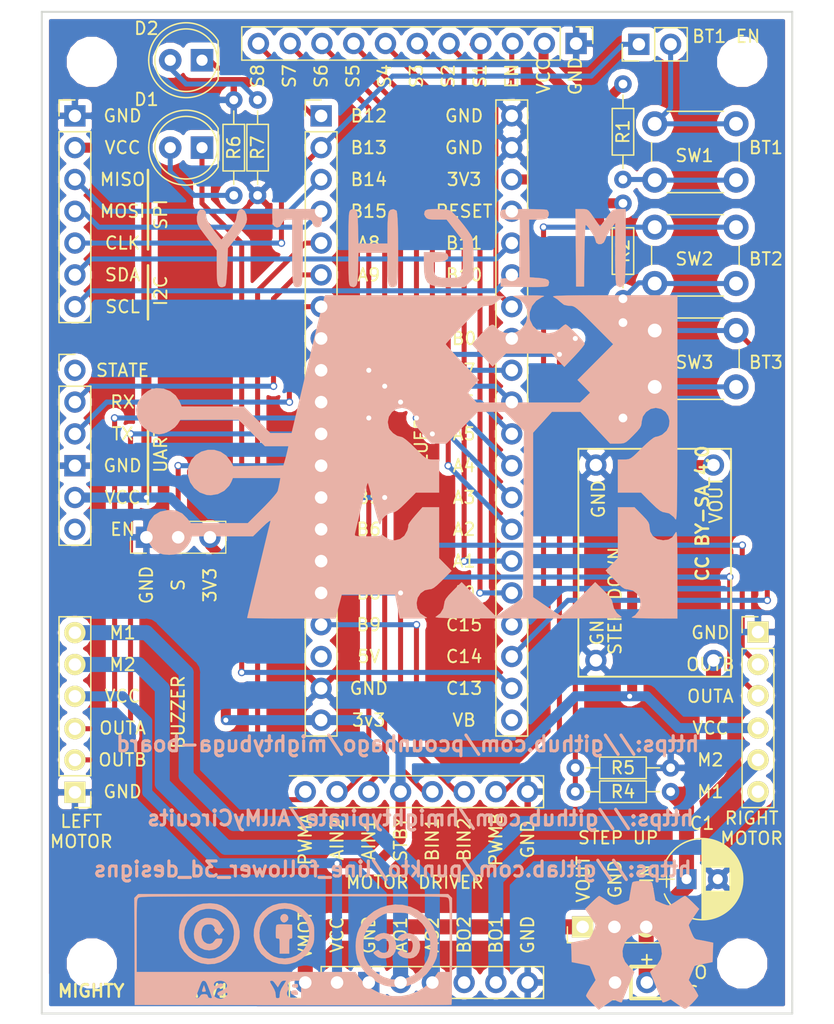
<source format=kicad_pcb>
(kicad_pcb (version 20171130) (host pcbnew 5.0.0-fee4fd1~66~ubuntu18.04.1)
  (layers (0 F.Cu signal) (31 B.Cu signal) (34 B.Paste user) (35 F.Paste user) (36 B.SilkS user) (37 F.SilkS user) (38 B.Mask user) (39 F.Mask user) (44 Edge.Cuts user))
  (net 0 "")
  (net 1 GND)
  (net 2 GLED)
  (net 3 "Net-(D1-Pad2)")
  (net 4 RLED)
  (net 5 "Net-(D2-Pad2)")
  (net 6 BT1)
  (net 7 "Net-(JP1-Pad2)")
  (net 8 BAT_MEAS)
  (net 9 BT2)
  (net 10 BT3)
  (net 11 USART_RX)
  (net 12 USART_TX)
  (net 13 BUZZER)
  (net 14 LM_OUT_B)
  (net 15 LM_OUT_A)
  (net 16 LM_M1)
  (net 17 LM_M2)
  (net 18 MISO)
  (net 19 MOSI)
  (net 20 LM_PWM)
  (net 21 RM_PWM)
  (net 22 RM_DIR_2)
  (net 23 RM_DIR_1)
  (net 24 RM_OUT_A)
  (net 25 RM_OUT_B)
  (net 26 LM_DIR_1)
  (net 27 LM_DIR_2)
  (net 28 "Net-(U6-Pad18)")
  (net 29 "Net-(U6-Pad24)")
  (net 30 SDA)
  (net 31 SCL)
  (net 32 SENSOR_EN)
  (net 33 SENSOR8)
  (net 34 SENSOR7)
  (net 35 SENSOR6)
  (net 36 SENSOR5)
  (net 37 SENSOR4)
  (net 38 SENSOR3)
  (net 39 SENSOR2)
  (net 40 SENSOR1)
  (net 41 "Net-(U6-Pad40)")
  (net 42 RM_M2)
  (net 43 RM_M1)
  (net 44 +3V3)
  (net 45 "Net-(P2-Pad6)")
  (net 46 "Net-(P2-Pad1)")
  (net 47 "Net-(R1-Pad1)")
  (net 48 "Net-(R2-Pad1)")
  (net 49 "Net-(R3-Pad1)")
  (net 50 +9V)
  (net 51 +BATT)
  (module line_follower:MP2307DN (layer F.Cu) (at 167 103 90)
    (fp_text reference U1 (at 0 0.5 90) (layer F.SilkS))
    (fp_text value MP2307DN)
    (fp_text user GND (at -5.08 -4.6 90) (layer F.SilkS))
    (fp_text user GND (at 5.08 -4.5 90) (layer F.SilkS))
    (fp_text user VOUT (at 5 4.9 90) (layer F.SilkS))
    (pad 2 thru_hole circle (at -7.8 -4.7 90) (size 1.7 1.7) (drill 1) (layers *.Cu *.Mask) (net 1 GND))
    (pad 1 thru_hole circle (at -7.8 4.7 90) (size 1.7 1.7) (drill 1) (layers *.Cu *.Mask) (net 51 +BATT))
    (pad 2 thru_hole circle (at 7.8 -4.7 90) (size 1.7 1.7) (drill 1) (layers *.Cu *.Mask) (net 1 GND))
    (pad 3 thru_hole circle (at 7.8 4.7 90) (size 1.7 1.7) (drill 1) (layers *.Cu *.Mask) (net 44 +3V3))
  )
  (module line_follower:Pin_Header_Straight_1x11_Pitch2.54mm (layer F.Cu) (at 160.7185 61.5315 270)
    (fp_text reference P1 hide)
    (fp_text value QTR-8A)
    (pad 1 thru_hole rect (at 0 0 270) (size 1.7 1.7) (drill 1) (layers *.Cu *.Mask) (net 1 GND))
    (pad 2 thru_hole oval (at 0 2.54 270) (size 1.7 1.7) (drill 1) (layers *.Cu *.Mask) (net 44 +3V3))
    (pad 3 thru_hole oval (at 0 5.08 270) (size 1.7 1.7) (drill 1) (layers *.Cu *.Mask) (net 32 SENSOR_EN))
    (pad 4 thru_hole oval (at 0 7.62 270) (size 1.7 1.7) (drill 1) (layers *.Cu *.Mask) (net 40 SENSOR1))
    (pad 5 thru_hole oval (at 0 10.16 270) (size 1.7 1.7) (drill 1) (layers *.Cu *.Mask) (net 39 SENSOR2))
    (pad 6 thru_hole oval (at 0 12.7 270) (size 1.7 1.7) (drill 1) (layers *.Cu *.Mask) (net 38 SENSOR3))
    (pad 7 thru_hole oval (at 0 15.24 270) (size 1.7 1.7) (drill 1) (layers *.Cu *.Mask) (net 37 SENSOR4))
    (pad 8 thru_hole oval (at 0 17.78 270) (size 1.7 1.7) (drill 1) (layers *.Cu *.Mask) (net 36 SENSOR5))
    (pad 9 thru_hole oval (at 0 20.32 270) (size 1.7 1.7) (drill 1) (layers *.Cu *.Mask) (net 35 SENSOR6))
    (pad 10 thru_hole oval (at 0 22.86 270) (size 1.7 1.7) (drill 1) (layers *.Cu *.Mask) (net 34 SENSOR7))
    (pad 11 thru_hole oval (at 0 25.4 270) (size 1.7 1.7) (drill 1) (layers *.Cu *.Mask) (net 33 SENSOR8))
  )
  (module line_follower:tb6612fng_sparkfun (layer F.Cu) (at 147.955 128.905 90)
    (fp_text reference U7 hide)
    (fp_text value TB6612FNG)
    (fp_text user GND (at -3.81 8.89 90) (layer F.SilkS))
    (fp_text user VMOT (at -3.81 -8.89 90) (layer F.SilkS))
    (fp_text user BO2 (at -3.81 3.81 90) (layer F.SilkS))
    (fp_text user BO1 (at -3.81 6.35 90) (layer F.SilkS))
    (fp_text user AO2 (at -3.81 1.27 90) (layer F.SilkS))
    (fp_text user AO1 (at -3.81 -1.27 90) (layer F.SilkS))
    (fp_text user VCC (at -3.81 -6.35 90) (layer F.SilkS))
    (fp_text user GND (at -3.81 -3.81 90) (layer F.SilkS))
    (fp_text user GND (at 3.81 8.89 90) (layer F.SilkS))
    (fp_text user PWMB (at 3.81 6.35 90) (layer F.SilkS))
    (fp_text user BIN2 (at 3.81 3.81 90) (layer F.SilkS))
    (fp_text user BIN1 (at 3.81 1.27 90) (layer F.SilkS))
    (fp_text user STBY (at 3.81 -1.27 90) (layer F.SilkS))
    (fp_text user AIN1 (at 3.81 -3.81 90) (layer F.SilkS))
    (fp_text user AIN2 (at 3.81 -6.35 90) (layer F.SilkS))
    (fp_text user PWMA (at 3.81 -8.89 90) (layer F.SilkS))
    (pad 1 thru_hole rect (at -7.62 -3.81) (size 1.7 1.7) (drill 1) (layers *.Cu *.Mask) (net 1 GND))
    (pad 2 thru_hole oval (at -7.62 -6.35) (size 1.7 1.7) (drill 1) (layers *.Cu *.Mask) (net 44 +3V3))
    (pad 3 thru_hole oval (at -7.62 -1.27) (size 1.7 1.7) (drill 1) (layers *.Cu *.Mask) (net 16 LM_M1))
    (pad 4 thru_hole oval (at -7.62 1.27) (size 1.7 1.7) (drill 1) (layers *.Cu *.Mask) (net 17 LM_M2))
    (pad 5 thru_hole oval (at -7.62 3.81) (size 1.7 1.7) (drill 1) (layers *.Cu *.Mask) (net 43 RM_M1))
    (pad 6 thru_hole oval (at -7.62 6.35) (size 1.7 1.7) (drill 1) (layers *.Cu *.Mask) (net 42 RM_M2))
    (pad 7 thru_hole oval (at -7.62 -8.89) (size 1.7 1.7) (drill 1) (layers *.Cu *.Mask) (net 50 +9V))
    (pad 8 thru_hole oval (at -7.62 8.89) (size 1.7 1.7) (drill 1) (layers *.Cu *.Mask) (net 1 GND))
    (pad 9 thru_hole oval (at 7.62 -8.89) (size 1.7 1.7) (drill 1) (layers *.Cu *.Mask) (net 20 LM_PWM))
    (pad 10 thru_hole oval (at 7.62 -6.35) (size 1.7 1.7) (drill 1) (layers *.Cu *.Mask) (net 27 LM_DIR_2))
    (pad 11 thru_hole oval (at 7.62 -3.81) (size 1.7 1.7) (drill 1) (layers *.Cu *.Mask) (net 26 LM_DIR_1))
    (pad 12 thru_hole oval (at 7.62 -1.27) (size 1.7 1.7) (drill 1) (layers *.Cu *.Mask) (net 44 +3V3))
    (pad 13 thru_hole oval (at 7.62 1.27) (size 1.7 1.7) (drill 1) (layers *.Cu *.Mask) (net 23 RM_DIR_1))
    (pad 14 thru_hole oval (at 7.62 3.81) (size 1.7 1.7) (drill 1) (layers *.Cu *.Mask) (net 22 RM_DIR_2))
    (pad 15 thru_hole oval (at 7.62 6.35) (size 1.7 1.7) (drill 1) (layers *.Cu *.Mask) (net 21 RM_PWM))
    (pad 16 thru_hole oval (at 7.62 8.89) (size 1.7 1.7) (drill 1) (layers *.Cu *.Mask) (net 1 GND))
  )
  (module line_follower:BluePill_STM32F103C (layer F.Cu) (at 147.955 91.44)
    (fp_text reference U6 hide)
    (fp_text value STM32F103C8T6 hide)
    (fp_text user 3v3 (at -3.81 24.13) (layer F.SilkS))
    (fp_text user GND (at -3.81 21.59) (layer F.SilkS))
    (fp_text user 5V (at -3.81 19.05) (layer F.SilkS))
    (fp_text user B9 (at -3.81 16.51) (layer F.SilkS))
    (fp_text user B8 (at -3.81 13.97) (layer F.SilkS))
    (fp_text user B7 (at -3.81 11.43) (layer F.SilkS))
    (fp_text user B6 (at -3.81 8.89) (layer F.SilkS))
    (fp_text user B5 (at -3.81 6.35) (layer F.SilkS))
    (fp_text user B4 (at -3.81 3.81) (layer F.SilkS))
    (fp_text user B3 (at -3.81 1.27) (layer F.SilkS))
    (fp_text user A15 (at -3.81 -1.27) (layer F.SilkS))
    (fp_text user A12 (at -3.81 -3.81) (layer F.SilkS))
    (fp_text user A11 (at -3.81 -6.35) (layer F.SilkS))
    (fp_text user A10 (at -3.81 -8.89) (layer F.SilkS))
    (fp_text user A9 (at -3.81 -11.43) (layer F.SilkS))
    (fp_text user A8 (at -3.81 -13.97) (layer F.SilkS))
    (fp_text user B15 (at -3.81 -16.51) (layer F.SilkS))
    (fp_text user B14 (at -3.81 -19.05) (layer F.SilkS))
    (fp_text user B13 (at -3.81 -21.59) (layer F.SilkS))
    (fp_text user B12 (at -3.81 -24.13) (layer F.SilkS))
    (fp_text user VB (at 3.81 24.13) (layer F.SilkS))
    (fp_text user C13 (at 3.81 21.59) (layer F.SilkS))
    (fp_text user C14 (at 3.81 19.05) (layer F.SilkS))
    (fp_text user C15 (at 3.81 16.51) (layer F.SilkS))
    (fp_text user A0 (at 3.81 13.97) (layer F.SilkS))
    (fp_text user A1 (at 3.81 11.43) (layer F.SilkS))
    (fp_text user A2 (at 3.81 8.89) (layer F.SilkS))
    (fp_text user A3 (at 3.81 6.35) (layer F.SilkS))
    (fp_text user A4 (at 3.81 3.81) (layer F.SilkS))
    (fp_text user A5 (at 3.81 1.27) (layer F.SilkS))
    (fp_text user A6 (at 3.81 -1.27) (layer F.SilkS))
    (fp_text user A7 (at 3.81 -3.81) (layer F.SilkS))
    (fp_text user B0 (at 3.81 -6.35) (layer F.SilkS))
    (fp_text user B1 (at 3.81 -8.89) (layer F.SilkS))
    (fp_text user B10 (at 3.81 -11.43) (layer F.SilkS))
    (fp_text user B11 (at 3.81 -13.97) (layer F.SilkS))
    (fp_text user RESET (at 3.81 -16.51) (layer F.SilkS))
    (fp_text user 3V3 (at 3.81 -19.05) (layer F.SilkS))
    (fp_text user GND (at 3.81 -21.59) (layer F.SilkS))
    (fp_text user GND (at 3.81 -24.13) (layer F.SilkS))
    (pad 1 thru_hole rect (at -7.62 -24.13) (size 1.7 1.7) (drill 1) (layers *.Cu *.Mask) (net 4 RLED))
    (pad 2 thru_hole circle (at -7.62 -21.59) (size 1.7 1.7) (drill 1) (layers *.Cu *.Mask) (net 6 BT1))
    (pad 3 thru_hole circle (at -7.62 -19.05) (size 1.7 1.7) (drill 1) (layers *.Cu *.Mask) (net 18 MISO))
    (pad 4 thru_hole circle (at -7.62 -16.51) (size 1.7 1.7) (drill 1) (layers *.Cu *.Mask) (net 19 MOSI))
    (pad 5 thru_hole circle (at -7.62 -13.97) (size 1.7 1.7) (drill 1) (layers *.Cu *.Mask) (net 20 LM_PWM))
    (pad 6 thru_hole circle (at -7.62 -11.43) (size 1.7 1.7) (drill 1) (layers *.Cu *.Mask) (net 12 USART_TX))
    (pad 7 thru_hole circle (at -7.62 -8.89) (size 1.7 1.7) (drill 1) (layers *.Cu *.Mask) (net 11 USART_RX))
    (pad 8 thru_hole circle (at -7.62 -6.35) (size 1.7 1.7) (drill 1) (layers *.Cu *.Mask) (net 21 RM_PWM))
    (pad 9 thru_hole circle (at -7.62 -3.81) (size 1.7 1.7) (drill 1) (layers *.Cu *.Mask) (net 27 LM_DIR_2))
    (pad 10 thru_hole circle (at -7.62 -1.27) (size 1.7 1.7) (drill 1) (layers *.Cu *.Mask) (net 15 LM_OUT_A))
    (pad 11 thru_hole circle (at -7.62 1.27) (size 1.7 1.7) (drill 1) (layers *.Cu *.Mask) (net 14 LM_OUT_B))
    (pad 12 thru_hole circle (at -7.62 3.81) (size 1.7 1.7) (drill 1) (layers *.Cu *.Mask) (net 13 BUZZER))
    (pad 13 thru_hole circle (at -7.62 6.35) (size 1.7 1.7) (drill 1) (layers *.Cu *.Mask) (net 26 LM_DIR_1))
    (pad 14 thru_hole circle (at -7.62 8.89) (size 1.7 1.7) (drill 1) (layers *.Cu *.Mask) (net 24 RM_OUT_A))
    (pad 15 thru_hole circle (at -7.62 11.43) (size 1.7 1.7) (drill 1) (layers *.Cu *.Mask) (net 25 RM_OUT_B))
    (pad 16 thru_hole circle (at -7.62 13.97) (size 1.7 1.7) (drill 1) (layers *.Cu *.Mask) (net 23 RM_DIR_1))
    (pad 17 thru_hole circle (at -7.62 16.51) (size 1.7 1.7) (drill 1) (layers *.Cu *.Mask) (net 22 RM_DIR_2))
    (pad 18 thru_hole circle (at -7.62 19.05) (size 1.7 1.7) (drill 1) (layers *.Cu *.Mask) (net 28 "Net-(U6-Pad18)"))
    (pad 19 thru_hole circle (at -7.62 21.59) (size 1.7 1.7) (drill 1) (layers *.Cu *.Mask) (net 1 GND))
    (pad 20 thru_hole circle (at -7.62 24.13) (size 1.7 1.7) (drill 1) (layers *.Cu *.Mask) (net 44 +3V3))
    (pad 21 thru_hole circle (at 7.62 -24.13) (size 1.7 1.7) (drill 1) (layers *.Cu *.Mask) (net 1 GND))
    (pad 22 thru_hole circle (at 7.62 -21.59) (size 1.7 1.7) (drill 1) (layers *.Cu *.Mask) (net 1 GND))
    (pad 23 thru_hole circle (at 7.62 -19.05) (size 1.7 1.7) (drill 1) (layers *.Cu *.Mask) (net 44 +3V3))
    (pad 24 thru_hole circle (at 7.62 -16.51) (size 1.7 1.7) (drill 1) (layers *.Cu *.Mask) (net 29 "Net-(U6-Pad24)"))
    (pad 25 thru_hole circle (at 7.62 -13.97) (size 1.7 1.7) (drill 1) (layers *.Cu *.Mask) (net 30 SDA))
    (pad 26 thru_hole circle (at 7.62 -11.43) (size 1.7 1.7) (drill 1) (layers *.Cu *.Mask) (net 31 SCL))
    (pad 27 thru_hole circle (at 7.62 -8.89) (size 1.7 1.7) (drill 1) (layers *.Cu *.Mask) (net 32 SENSOR_EN))
    (pad 28 thru_hole circle (at 7.62 -6.35) (size 1.7 1.7) (drill 1) (layers *.Cu *.Mask) (net 8 BAT_MEAS))
    (pad 29 thru_hole circle (at 7.62 -3.81) (size 1.7 1.7) (drill 1) (layers *.Cu *.Mask) (net 33 SENSOR8))
    (pad 30 thru_hole circle (at 7.62 -1.27) (size 1.7 1.7) (drill 1) (layers *.Cu *.Mask) (net 34 SENSOR7))
    (pad 31 thru_hole circle (at 7.62 1.27) (size 1.7 1.7) (drill 1) (layers *.Cu *.Mask) (net 35 SENSOR6))
    (pad 32 thru_hole circle (at 7.62 3.81) (size 1.7 1.7) (drill 1) (layers *.Cu *.Mask) (net 36 SENSOR5))
    (pad 33 thru_hole circle (at 7.62 6.35) (size 1.7 1.7) (drill 1) (layers *.Cu *.Mask) (net 37 SENSOR4))
    (pad 34 thru_hole circle (at 7.62 8.89) (size 1.7 1.7) (drill 1) (layers *.Cu *.Mask) (net 38 SENSOR3))
    (pad 35 thru_hole circle (at 7.62 11.43) (size 1.7 1.7) (drill 1) (layers *.Cu *.Mask) (net 39 SENSOR2))
    (pad 36 thru_hole circle (at 7.62 13.97) (size 1.7 1.7) (drill 1) (layers *.Cu *.Mask) (net 40 SENSOR1))
    (pad 37 thru_hole circle (at 7.62 16.51) (size 1.7 1.7) (drill 1) (layers *.Cu *.Mask) (net 9 BT2))
    (pad 38 thru_hole circle (at 7.62 19.05) (size 1.7 1.7) (drill 1) (layers *.Cu *.Mask) (net 10 BT3))
    (pad 39 thru_hole circle (at 7.62 21.59) (size 1.7 1.7) (drill 1) (layers *.Cu *.Mask) (net 2 GLED))
    (pad 40 thru_hole circle (at 7.62 24.13) (size 1.7 1.7) (drill 1) (layers *.Cu *.Mask) (net 41 "Net-(U6-Pad40)"))
  )
  (module line_follower:u3v12f9 (layer F.Cu) (at 163.83 127 90)
    (fp_text reference U2 hide)
    (fp_text value U3V12F9)
    (fp_text user VIN (at -1.27 2.54 90) (layer F.SilkS))
    (fp_text user GND (at -1.27 0 90) (layer F.SilkS))
    (fp_text user VOUT (at -1.27 -2.54 90) (layer F.SilkS))
    (pad 1 thru_hole rect (at -5.08 -2.5908) (size 1.7 1.7) (drill 1) (layers *.Cu *.Mask F.SilkS) (net 50 +9V))
    (pad 2 thru_hole oval (at -5.08 -0.0508) (size 1.7 1.7) (drill 1) (layers *.Cu *.Mask F.SilkS) (net 1 GND))
    (pad 3 thru_hole oval (at -5.08 2.4892) (size 1.7 1.7) (drill 1) (layers *.Cu *.Mask F.SilkS) (net 51 +BATT))
  )
  (module line_follower:Buzzer (layer F.Cu) (at 128.905 100.965 90)
    (fp_text reference K1 hide)
    (fp_text value BUZZER (at -13.97 0 90) (layer F.SilkS))
    (fp_text user 3V3 (at -3.81 2.54 90) (layer F.SilkS))
    (fp_text user S (at -3.81 0 90) (layer F.SilkS))
    (fp_text user GND (at -3.81 -2.54 90) (layer F.SilkS))
    (pad 3 thru_hole circle (at 0 2.54 90) (size 1.7 1.7) (drill 1) (layers *.Cu *.Mask) (net 44 +3V3))
    (pad 1 thru_hole rect (at 0 -2.54 90) (size 1.7 1.7) (drill 1) (layers *.Cu *.Mask) (net 1 GND))
    (pad 2 thru_hole circle (at 0 0 90) (size 1.7 1.7) (drill 1) (layers *.Cu *.Mask) (net 13 BUZZER))
  )
  (module line_follower:Header (layer F.Cu) (at 120.65 73.66)
    (fp_text reference P3 hide)
    (fp_text value "EXP HEADER")
    (fp_text user CLK (at 3.81 3.81) (layer F.SilkS))
    (fp_text user SCL (at 3.81 8.89) (layer F.SilkS))
    (fp_text user SDA (at 3.81 6.35) (layer F.SilkS))
    (fp_text user MOSI (at 3.81 1.27) (layer F.SilkS))
    (fp_text user MISO (at 3.81 -1.27) (layer F.SilkS))
    (fp_text user VCC (at 3.81 -3.81) (layer F.SilkS))
    (fp_text user GND (at 3.81 -6.35) (layer F.SilkS))
    (pad 7 thru_hole circle (at 0 8.89) (size 1.7 1.7) (drill 1) (layers *.Cu *.Mask) (net 31 SCL))
    (pad 6 thru_hole circle (at 0 6.35) (size 1.7 1.7) (drill 1) (layers *.Cu *.Mask) (net 30 SDA))
    (pad 5 thru_hole circle (at 0 3.81) (size 1.7 1.7) (drill 1) (layers *.Cu *.Mask) (net 6 BT1))
    (pad 4 thru_hole circle (at 0 1.27) (size 1.7 1.7) (drill 1) (layers *.Cu *.Mask) (net 19 MOSI))
    (pad 3 thru_hole circle (at 0 -1.27) (size 1.7 1.7) (drill 1) (layers *.Cu *.Mask) (net 18 MISO))
    (pad 1 thru_hole rect (at 0 -6.35) (size 1.7 1.7) (drill 1) (layers *.Cu *.Mask) (net 1 GND))
    (pad 2 thru_hole circle (at 0 -3.81) (size 1.7 1.7) (drill 1) (layers *.Cu *.Mask) (net 44 +3V3))
  )
  (module line_follower:HC-05 (layer F.Cu) (at 120.65 93.98)
    (fp_text reference P2 hide)
    (fp_text value HC-05)
    (fp_text user STATE (at 3.81 -6.35) (layer F.SilkS))
    (fp_text user RX (at 3.81 -3.81) (layer F.SilkS))
    (fp_text user TX (at 3.81 -1.27) (layer F.SilkS))
    (fp_text user GND (at 3.81 1.27) (layer F.SilkS))
    (fp_text user VCC (at 3.81 3.81) (layer F.SilkS))
    (fp_text user EN (at 3.81 6.35) (layer F.SilkS))
    (pad 6 thru_hole circle (at 0 6.35) (size 1.7 1.7) (drill 1) (layers *.Cu *.Mask) (net 45 "Net-(P2-Pad6)"))
    (pad 5 thru_hole circle (at 0 3.81) (size 1.7 1.7) (drill 1) (layers *.Cu *.Mask) (net 44 +3V3))
    (pad 4 thru_hole rect (at 0 1.27) (size 1.7 1.7) (drill 1) (layers *.Cu *.Mask) (net 1 GND))
    (pad 3 thru_hole circle (at 0 -1.27) (size 1.7 1.7) (drill 1) (layers *.Cu *.Mask) (net 11 USART_RX))
    (pad 1 thru_hole oval (at 0 -6.35) (size 1.7 1.7) (drill 1) (layers *.Cu *.Mask) (net 46 "Net-(P2-Pad1)"))
    (pad 2 thru_hole circle (at 0 -3.81) (size 1.7 1.7) (drill 1) (layers *.Cu *.Mask) (net 12 USART_TX))
  )
  (module line_follower:pololu_magnetic_encoder (layer F.Cu) (at 120.65 114.935 180)
    (fp_text reference P4 hide)
    (fp_text value "LEFT MOTOR")
    (fp_text user GND (at -3.81 -6.35 180) (layer F.SilkS))
    (fp_text user OUTB (at -3.81 -3.81 180) (layer F.SilkS))
    (fp_text user OUTA (at -3.81 -1.27 180) (layer F.SilkS))
    (fp_text user VCC (at -3.81 1.27 180) (layer F.SilkS))
    (fp_text user M2 (at -3.81 3.81 180) (layer F.SilkS))
    (fp_text user M1 (at -3.81 6.35 180) (layer F.SilkS))
    (pad 1 thru_hole rect (at 0 -6.4008 90) (size 1.7 1.7) (drill 1) (layers *.Cu *.Mask F.SilkS) (net 1 GND))
    (pad 2 thru_hole oval (at 0 -3.81 90) (size 1.7 1.7) (drill 1) (layers *.Cu *.Mask F.SilkS) (net 14 LM_OUT_B))
    (pad 3 thru_hole oval (at 0 -1.3208 90) (size 1.7 1.7) (drill 1) (layers *.Cu *.Mask F.SilkS) (net 15 LM_OUT_A))
    (pad 4 thru_hole oval (at 0 1.27 90) (size 1.7 1.7) (drill 1) (layers *.Cu *.Mask F.SilkS) (net 44 +3V3))
    (pad 5 thru_hole oval (at 0 3.81 90) (size 1.7 1.7) (drill 1) (layers *.Cu *.Mask F.SilkS) (net 16 LM_M1))
    (pad 6 thru_hole oval (at 0 6.35 90) (size 1.7 1.7) (drill 1) (layers *.Cu *.Mask F.SilkS) (net 17 LM_M2))
  )
  (module line_follower:pololu_magnetic_encoder (layer F.Cu) (at 175.26 114.935)
    (fp_text reference P5 hide)
    (fp_text value "RIGHT MOTOR")
    (fp_text user GND (at -3.81 -6.35) (layer F.SilkS))
    (fp_text user OUTB (at -3.81 -3.81) (layer F.SilkS))
    (fp_text user OUTA (at -3.81 -1.27) (layer F.SilkS))
    (fp_text user VCC (at -3.81 1.27) (layer F.SilkS))
    (fp_text user M2 (at -3.81 3.81) (layer F.SilkS))
    (fp_text user M1 (at -3.81 6.35) (layer F.SilkS))
    (pad 1 thru_hole rect (at 0 -6.4008 270) (size 1.7 1.7) (drill 1) (layers *.Cu *.Mask F.SilkS) (net 1 GND))
    (pad 2 thru_hole oval (at 0 -3.81 270) (size 1.7 1.7) (drill 1) (layers *.Cu *.Mask F.SilkS) (net 24 RM_OUT_A))
    (pad 3 thru_hole oval (at 0 -1.3208 270) (size 1.7 1.7) (drill 1) (layers *.Cu *.Mask F.SilkS) (net 25 RM_OUT_B))
    (pad 4 thru_hole oval (at 0 1.27 270) (size 1.7 1.7) (drill 1) (layers *.Cu *.Mask F.SilkS) (net 44 +3V3))
    (pad 5 thru_hole oval (at 0 3.81 270) (size 1.7 1.7) (drill 1) (layers *.Cu *.Mask F.SilkS) (net 43 RM_M1))
    (pad 6 thru_hole oval (at 0 6.35 270) (size 1.7 1.7) (drill 1) (layers *.Cu *.Mask F.SilkS) (net 42 RM_M2))
  )
  (module line_follower:SW_PUSH_6mm_h5mm (layer F.Cu) (at 167.005 67.945)
    (fp_text reference SW1 (at 3.175 2.54) (layer F.SilkS))
    (fp_text value SW_PUSH)
    (pad 2 thru_hole circle (at 0 4.5 90) (size 2 2) (drill 1.1) (layers *.Cu *.Mask) (net 47 "Net-(R1-Pad1)"))
    (pad 1 thru_hole circle (at 0 0 90) (size 2 2) (drill 1.1) (layers *.Cu *.Mask) (net 7 "Net-(JP1-Pad2)"))
    (pad 2 thru_hole circle (at 6.5 4.5 90) (size 2 2) (drill 1.1) (layers *.Cu *.Mask) (net 47 "Net-(R1-Pad1)"))
    (pad 1 thru_hole circle (at 6.5 0 90) (size 2 2) (drill 1.1) (layers *.Cu *.Mask) (net 7 "Net-(JP1-Pad2)"))
  )
  (module line_follower:SW_PUSH_6mm_h5mm (layer F.Cu) (at 167.005 76.2)
    (fp_text reference SW2 (at 3.175 2.54) (layer F.SilkS))
    (fp_text value SW_PUSH)
    (pad 2 thru_hole circle (at 0 4.5 90) (size 2 2) (drill 1.1) (layers *.Cu *.Mask) (net 48 "Net-(R2-Pad1)"))
    (pad 1 thru_hole circle (at 0 0 90) (size 2 2) (drill 1.1) (layers *.Cu *.Mask) (net 9 BT2))
    (pad 2 thru_hole circle (at 6.5 4.5 90) (size 2 2) (drill 1.1) (layers *.Cu *.Mask) (net 48 "Net-(R2-Pad1)"))
    (pad 1 thru_hole circle (at 6.5 0 90) (size 2 2) (drill 1.1) (layers *.Cu *.Mask) (net 9 BT2))
  )
  (module line_follower:SW_PUSH_6mm_h5mm (layer F.Cu) (at 167.005 84.455)
    (fp_text reference SW3 (at 3.175 2.54) (layer F.SilkS))
    (fp_text value SW_PUSH)
    (pad 2 thru_hole circle (at 0 4.5 90) (size 2 2) (drill 1.1) (layers *.Cu *.Mask) (net 49 "Net-(R3-Pad1)"))
    (pad 1 thru_hole circle (at 0 0 90) (size 2 2) (drill 1.1) (layers *.Cu *.Mask) (net 10 BT3))
    (pad 2 thru_hole circle (at 6.5 4.5 90) (size 2 2) (drill 1.1) (layers *.Cu *.Mask) (net 49 "Net-(R3-Pad1)"))
    (pad 1 thru_hole circle (at 6.5 0 90) (size 2 2) (drill 1.1) (layers *.Cu *.Mask) (net 10 BT3))
  )
  (module line_follower:LED_D5.0mm (layer F.Cu) (at 130.81 69.85 180)
    (fp_text reference D1 (at 4.445 3.85 180) (layer F.SilkS))
    (fp_text value LED)
    (pad 1 thru_hole rect (at 0 0 180) (size 1.8 1.8) (drill 0.9) (layers *.Cu *.Mask) (net 2 GLED))
    (pad 2 thru_hole circle (at 2.54 0 180) (size 1.8 1.8) (drill 0.9) (layers *.Cu *.Mask) (net 3 "Net-(D1-Pad2)"))
  )
  (module line_follower:LED_D5.0mm (layer F.Cu) (at 130.81 62.865 180)
    (fp_text reference D2 (at 4.445 2.54 180) (layer F.SilkS))
    (fp_text value LED)
    (pad 1 thru_hole rect (at 0 0 180) (size 1.8 1.8) (drill 0.9) (layers *.Cu *.Mask) (net 4 RLED))
    (pad 2 thru_hole circle (at 2.54 0 180) (size 1.8 1.8) (drill 0.9) (layers *.Cu *.Mask) (net 5 "Net-(D2-Pad2)"))
  )
  (module line_follower:R_Axial_DIN0204_L3.6mm_D1.6mm_P7.62mm_Horizontal (layer F.Cu) (at 133.35 73.66 90)
    (fp_text reference R6 (at 3.81 0 90) (layer F.SilkS))
    (fp_text value 100)
    (pad 1 thru_hole circle (at 0 0 90) (size 1.4 1.4) (drill 0.7) (layers *.Cu *.Mask) (net 3 "Net-(D1-Pad2)"))
    (pad 2 thru_hole oval (at 7.62 0 90) (size 1.4 1.4) (drill 0.7) (layers *.Cu *.Mask) (net 1 GND))
  )
  (module line_follower:R_Axial_DIN0204_L3.6mm_D1.6mm_P7.62mm_Horizontal (layer F.Cu) (at 135.255 73.66 90)
    (fp_text reference R7 (at 3.81 0 90) (layer F.SilkS))
    (fp_text value 100)
    (pad 1 thru_hole circle (at 0 0 90) (size 1.4 1.4) (drill 0.7) (layers *.Cu *.Mask) (net 1 GND))
    (pad 2 thru_hole oval (at 7.62 0 90) (size 1.4 1.4) (drill 0.7) (layers *.Cu *.Mask) (net 5 "Net-(D2-Pad2)"))
  )
  (module line_follower:2S_LiPo (layer F.Cu) (at 165.1 136.525)
    (fp_text reference P6 hide)
    (fp_text value BATTERY)
    (fp_text user - (at -1.27 -1.905) (layer F.SilkS))
    (fp_text user + (at 1.27 -1.905) (layer F.SilkS))
    (pad 2 thru_hole rect (at -1.27 0) (size 1.7 1.7) (drill 1) (layers *.Cu *.Mask) (net 1 GND))
    (pad 1 thru_hole oval (at 1.27 0) (size 1.7 1.7) (drill 1) (layers *.Cu *.Mask) (net 51 +BATT))
  )
  (module line_follower:Pin_Header_Straight_1x02_Pitch2.54mm (layer F.Cu) (at 165.735 61.595 90)
    (fp_text reference JP1 hide)
    (fp_text value JUMPER)
    (pad 1 thru_hole rect (at 0 0 90) (size 1.7 1.7) (drill 1) (layers *.Cu *.Mask) (net 6 BT1))
    (pad 2 thru_hole oval (at 0 2.54 90) (size 1.7 1.7) (drill 1) (layers *.Cu *.Mask) (net 7 "Net-(JP1-Pad2)"))
  )
  (module line_follower:R_Axial_DIN0204_L3.6mm_D1.6mm_P7.62mm_Horizontal (layer F.Cu) (at 164.465 72.39 90)
    (fp_text reference R1 (at 3.81 0 90) (layer F.SilkS))
    (fp_text value 100)
    (pad 1 thru_hole circle (at 0 0 90) (size 1.4 1.4) (drill 0.7) (layers *.Cu *.Mask) (net 47 "Net-(R1-Pad1)"))
    (pad 2 thru_hole oval (at 7.62 0 90) (size 1.4 1.4) (drill 0.7) (layers *.Cu *.Mask) (net 44 +3V3))
  )
  (module line_follower:R_Axial_DIN0204_L3.6mm_D1.6mm_P7.62mm_Horizontal (layer F.Cu) (at 164.465 81.915 90)
    (fp_text reference R2 (at 3.81 0 90) (layer F.SilkS))
    (fp_text value 100)
    (pad 1 thru_hole circle (at 0 0 90) (size 1.4 1.4) (drill 0.7) (layers *.Cu *.Mask) (net 48 "Net-(R2-Pad1)"))
    (pad 2 thru_hole oval (at 7.62 0 90) (size 1.4 1.4) (drill 0.7) (layers *.Cu *.Mask) (net 44 +3V3))
  )
  (module line_follower:R_Axial_DIN0204_L3.6mm_D1.6mm_P7.62mm_Horizontal (layer F.Cu) (at 164.465 91.44 90)
    (fp_text reference R3 (at 3.81 0 90) (layer F.SilkS))
    (fp_text value 100)
    (pad 1 thru_hole circle (at 0 0 90) (size 1.4 1.4) (drill 0.7) (layers *.Cu *.Mask) (net 49 "Net-(R3-Pad1)"))
    (pad 2 thru_hole oval (at 7.62 0 90) (size 1.4 1.4) (drill 0.7) (layers *.Cu *.Mask) (net 44 +3V3))
  )
  (module line_follower:R_Axial_DIN0204_L3.6mm_D1.6mm_P7.62mm_Horizontal (layer F.Cu) (at 168.275 121.285 180)
    (fp_text reference R4 (at 3.81 0 180) (layer F.SilkS))
    (fp_text value 47k)
    (pad 1 thru_hole circle (at 0 0 180) (size 1.4 1.4) (drill 0.7) (layers *.Cu *.Mask) (net 51 +BATT))
    (pad 2 thru_hole oval (at 7.62 0 180) (size 1.4 1.4) (drill 0.7) (layers *.Cu *.Mask) (net 8 BAT_MEAS))
  )
  (module line_follower:R_Axial_DIN0204_L3.6mm_D1.6mm_P7.62mm_Horizontal (layer F.Cu) (at 160.655 119.38)
    (fp_text reference R5 (at 3.81 0) (layer F.SilkS))
    (fp_text value 20k)
    (pad 1 thru_hole circle (at 0 0) (size 1.4 1.4) (drill 0.7) (layers *.Cu *.Mask) (net 8 BAT_MEAS))
    (pad 2 thru_hole oval (at 7.62 0) (size 1.4 1.4) (drill 0.7) (layers *.Cu *.Mask) (net 1 GND))
  )
  (module line_follower:CP_Radial_D6.3mm_P2.50mm (layer F.Cu) (at 169.545 128.27)
    (fp_text reference C1 (at 1.25 -4.46) (layer F.SilkS))
    (fp_text value >=33uF)
    (pad 1 thru_hole rect (at 0 0) (size 1.6 1.6) (drill 0.8) (layers *.Cu *.Mask) (net 51 +BATT))
    (pad 2 thru_hole circle (at 2.5 0) (size 1.6 1.6) (drill 0.8) (layers *.Cu *.Mask) (net 1 GND))
  )
  (module line_follower:bug_a_logo (layer B.Cu) (at 147.225 91.05 180)
    (fp_text reference G*** hide)
    (fp_text value LOGO hide)
  )
  (module line_follower:cc_by_sa_logo (layer B.Cu) (at 138.1 133.9 180)
    (fp_text reference G*** hide)
    (fp_text value LOGO hide)
  )
  (module line_follower:osh_logo (layer B.Cu) (at 166 133.5 180)
    (fp_text reference G*** hide)
    (fp_text value LOGO hide)
  )
  (module line_follower:MountingHole_3mm (layer F.Cu) (at 122 63)
    (fp_text reference Ref** hide)
    (fp_text value MountingHole_3mm)
    (pad 1 np_thru_hole circle (at 0 0) (size 3 3) (drill 3) (layers *.Cu *.Mask))
  )
  (module line_follower:MountingHole_3mm (layer F.Cu) (at 122 135)
    (fp_text reference Ref** hide)
    (fp_text value MountingHole_3mm)
    (pad 1 np_thru_hole circle (at 0 0) (size 3 3) (drill 3) (layers *.Cu *.Mask))
  )
  (module line_follower:MountingHole_3mm (layer F.Cu) (at 174 135)
    (fp_text reference Ref** hide)
    (fp_text value MountingHole_3mm)
    (pad 1 np_thru_hole circle (at 0 0) (size 3 3) (drill 3) (layers *.Cu *.Mask))
  )
  (module line_follower:MountingHole_3mm (layer F.Cu) (at 174 63)
    (fp_text reference Ref** hide)
    (fp_text value MountingHole_3mm)
    (pad 1 np_thru_hole circle (at 0 0) (size 3 3) (drill 3) (layers *.Cu *.Mask))
  )
  (gr_text https://gitlab.com/punkto/line_follower_3d_designs (at 146.05 127.475) (layer B.SilkS) (effects (font (size 1.2 1.2) (thickness 0.25)) (justify mirror)))
  (gr_text https://github.com/pcounhago/mightybuga-board (at 147.25 117.475) (layer B.SilkS) (effects (font (size 1.2 1.2) (thickness 0.25)) (justify mirror)))
  (gr_text https://github.com/hmightypirate/AllMyCircuits (at 148.275 123.4) (layer B.SilkS) (effects (font (size 1.2 1.2) (thickness 0.25)) (justify mirror)))
  (gr_text "LIPO\n2S" (at 169.545 136.525) (layer F.SilkS) (effects (font (size 1 1))))
  (gr_line (start 126.492 98.298) (end 126.492 89.662) (angle 90) (layer F.SilkS) (width 0.2))
  (gr_text SPI (at 127.508 75.184 90) (layer F.SilkS) (effects (font (size 1 1))))
  (gr_line (start 126.492 77.978) (end 126.492 71.628) (angle 90) (layer F.SilkS) (width 0.2))
  (gr_line (start 126.492 83.566) (end 126.492 79.248) (angle 90) (layer F.SilkS) (width 0.2))
  (gr_text I2C (at 127.508 81.28 90) (layer F.SilkS) (effects (font (size 1 1))))
  (gr_text UART (at 127.508 93.98 90) (layer F.SilkS) (effects (font (size 1 1))))
  (gr_text "LEFT\nMOTOR" (at 121.158 124.46) (layer F.SilkS) (effects (font (size 1 1))))
  (gr_text "RIGHT\nMOTOR" (at 174.752 124.206) (layer F.SilkS) (effects (font (size 1 1))))
  (gr_text "STEP UP\n" (at 164.084 124.968) (layer F.SilkS) (effects (font (size 1 1))))
  (gr_text "STEP DOWN" (at 163.83 106.045 90) (layer F.SilkS) (effects (font (size 1 1))))
  (gr_text "BLUEPILL\n" (at 148.336 92.71 90) (layer F.SilkS) (effects (font (size 1 1))))
  (gr_text "MOTOR DRIVER" (at 147.828 128.524) (layer F.SilkS) (effects (font (size 1 1))))
  (gr_text "MIGHTY BUG-A V1.1" (at 126.9 137.2) (layer F.SilkS) (effects (font (size 1 1) (thickness 0.2))))
  (gr_text "MIGHTY BUG-A V1.1" (at 126.9 137.2) (layer F.Cu) (effects (font (size 1 1) (thickness 0.2))))
  (gr_text BT3 (at 175.895 86.995) (layer F.SilkS) (effects (font (size 1 1))))
  (gr_text BT2 (at 175.895 78.74) (layer F.SilkS) (effects (font (size 1 1))))
  (gr_text BT1 (at 175.895 69.85) (layer F.SilkS) (effects (font (size 1 1))))
  (gr_text "BT1 EN" (at 172.72 60.96) (layer F.SilkS) (effects (font (size 1 1))))
  (gr_text S8 (at 135.255 64.135 90) (layer F.SilkS) (effects (font (size 1 1))))
  (gr_text "S7\n" (at 137.795 64.135 90) (layer F.SilkS) (effects (font (size 1 1))))
  (gr_text "S6\n" (at 140.335 64.135 90) (layer F.SilkS) (effects (font (size 1 1))))
  (gr_text "S5\n" (at 142.875 64.135 90) (layer F.SilkS) (effects (font (size 1 1))))
  (gr_text "S4\n" (at 145.415 64.135 90) (layer F.SilkS) (effects (font (size 1 1))))
  (gr_text "S3\n" (at 147.955 64.135 90) (layer F.SilkS) (effects (font (size 1 1))))
  (gr_text "S2\n" (at 150.495 64.135 90) (layer F.SilkS) (effects (font (size 1 1))))
  (gr_text "S1\n" (at 153.035 64.135 90) (layer F.SilkS) (effects (font (size 1 1))))
  (gr_text EN (at 155.575 64.135 90) (layer F.SilkS) (effects (font (size 1 1))))
  (gr_text VCC (at 158.115 64.135 90) (layer F.SilkS) (effects (font (size 1 1))))
  (gr_text "GND\n" (at 160.655 64.135 90) (layer F.SilkS) (effects (font (size 1 1))))
  (gr_text "CC BY-SA 4.0" (at 170.815 99.06 90) (layer F.SilkS) (effects (font (size 1 1) (thickness 0.2))))
  (gr_line (start 118 139) (end 178 139) (angle 90) (layer Edge.Cuts) (width 0.15))
  (gr_line (start 118 59) (end 118 139) (angle 90) (layer Edge.Cuts) (width 0.15))
  (gr_line (start 178 138) (end 178 139) (angle 90) (layer Edge.Cuts) (width 0.15))
  (gr_line (start 178 59) (end 178 138) (angle 90) (layer Edge.Cuts) (width 0.15))
  (gr_line (start 118 59) (end 178 59) (angle 90) (layer Edge.Cuts) (width 0.15))
  (segment (start 130.81 69.85) (end 130.81 74.295) (width 0.4) (layer F.Cu) (net 2))
  (segment (start 130.81 74.295) (end 133.985 77.47) (width 0.4) (layer F.Cu) (net 2))
  (segment (start 154.305 111.76) (end 133.985 111.76) (width 0.4) (layer B.Cu) (net 2))
  (segment (start 133.985 111.76) (end 133.985 104.14) (width 0.4) (layer F.Cu) (net 2))
  (via (at 133.985 111.76) (size 0.6) (drill 0.4) (layers F.Cu B.Cu) (net 2))
  (segment (start 133.985 104.14) (end 133.985 77.47) (width 0.4) (layer F.Cu) (net 2))
  (segment (start 155.575 113.03) (end 154.305 111.76) (width 0.4) (layer B.Cu) (net 2))
  (segment (start 128.27 69.85) (end 128.27 71.755) (width 0.4) (layer B.Cu) (net 3))
  (segment (start 130.175 73.66) (end 133.35 73.66) (width 0.4) (layer B.Cu) (net 3))
  (segment (start 128.27 71.755) (end 130.175 73.66) (width 0.4) (layer B.Cu) (net 3))
  (segment (start 130.81 62.865) (end 131.445 62.865) (width 0.4) (layer F.Cu) (net 4))
  (segment (start 131.445 62.865) (end 132.08 63.5) (width 0.4) (layer F.Cu) (net 4))
  (segment (start 132.08 63.5) (end 135.89 63.5) (width 0.4) (layer F.Cu) (net 4))
  (segment (start 140.335 67.31) (end 139.7 67.31) (width 0.4) (layer F.Cu) (net 4))
  (segment (start 139.7 67.31) (end 135.89 63.5) (width 0.4) (layer F.Cu) (net 4))
  (segment (start 135.255 66.04) (end 133.985 64.77) (width 0.4) (layer B.Cu) (net 5))
  (segment (start 129.54 64.77) (end 128.27 63.5) (width 0.4) (layer B.Cu) (net 5))
  (segment (start 133.985 64.77) (end 129.54 64.77) (width 0.4) (layer B.Cu) (net 5))
  (segment (start 128.27 63.5) (end 128.27 62.865) (width 0.4) (layer B.Cu) (net 5))
  (segment (start 140.335 69.85) (end 146.05 64.135) (width 0.4) (layer B.Cu) (net 6))
  (segment (start 164.465 61.595) (end 165.735 61.595) (width 0.4) (layer B.Cu) (net 6))
  (segment (start 161.925 64.135) (end 164.465 61.595) (width 0.4) (layer B.Cu) (net 6))
  (segment (start 146.05 64.135) (end 161.925 64.135) (width 0.4) (layer B.Cu) (net 6))
  (segment (start 140.335 69.85) (end 137.16 73.025) (width 0.4) (layer F.Cu) (net 6))
  (segment (start 137.16 77.47) (end 120.65 77.47) (width 0.4) (layer B.Cu) (net 6))
  (via (at 137.16 77.47) (size 0.6) (drill 0.4) (layers F.Cu B.Cu) (net 6))
  (segment (start 137.16 73.025) (end 137.16 77.47) (width 0.4) (layer F.Cu) (net 6))
  (segment (start 168.275 61.595) (end 168.275 66.675) (width 0.4) (layer B.Cu) (net 7))
  (segment (start 168.275 66.675) (end 167.005 67.945) (width 0.4) (layer B.Cu) (net 7))
  (segment (start 167.005 67.945) (end 173.505 67.945) (width 0.4) (layer B.Cu) (net 7))
  (segment (start 155.575 85.09) (end 160.655 85.09) (width 0.4) (layer B.Cu) (net 8))
  (via (at 160.655 85.09) (size 0.6) (drill 0.4) (layers F.Cu B.Cu) (net 8))
  (segment (start 160.655 85.09) (end 160.655 119.38) (width 0.4) (layer F.Cu) (net 8))
  (segment (start 160.655 119.38) (end 160.655 121.285) (width 0.4) (layer F.Cu) (net 8))
  (segment (start 155.575 107.95) (end 158.115 105.41) (width 0.4) (layer F.Cu) (net 9))
  (segment (start 158.115 105.41) (end 158.115 76.2) (width 0.4) (layer F.Cu) (net 9))
  (via (at 158.115 76.2) (size 0.6) (drill 0.4) (layers F.Cu B.Cu) (net 9))
  (segment (start 167.005 76.2) (end 173.505 76.2) (width 0.4) (layer B.Cu) (net 9))
  (segment (start 167.005 76.2) (end 158.115 76.2) (width 0.4) (layer B.Cu) (net 9))
  (segment (start 173.505 84.455) (end 167.005 84.455) (width 0.4) (layer B.Cu) (net 10))
  (segment (start 155.575 110.49) (end 160.065 106) (width 0.4) (layer B.Cu) (net 10))
  (via (at 176 106) (size 0.6) (drill 0.4) (layers F.Cu B.Cu) (net 10))
  (segment (start 160.065 106) (end 176 106) (width 0.4) (layer B.Cu) (net 10))
  (segment (start 176 86.95) (end 173.505 84.455) (width 0.4) (layer F.Cu) (net 10))
  (segment (start 176 106) (end 176 86.95) (width 0.4) (layer F.Cu) (net 10))
  (segment (start 120.65 92.71) (end 123.19 90.17) (width 0.4) (layer B.Cu) (net 11))
  (segment (start 137.795 90.17) (end 137.795 83.82) (width 0.4) (layer F.Cu) (net 11))
  (via (at 137.795 90.17) (size 0.6) (drill 0.4) (layers F.Cu B.Cu) (net 11))
  (segment (start 123.19 90.17) (end 137.795 90.17) (width 0.4) (layer B.Cu) (net 11))
  (segment (start 139.065 82.55) (end 140.335 82.55) (width 0.4) (layer F.Cu) (net 11))
  (segment (start 137.795 83.82) (end 139.065 82.55) (width 0.4) (layer F.Cu) (net 11))
  (segment (start 120.65 90.17) (end 121.92 88.9) (width 0.4) (layer B.Cu) (net 12))
  (segment (start 136.525 88.9) (end 136.525 81.915) (width 0.4) (layer F.Cu) (net 12))
  (via (at 136.525 88.9) (size 0.6) (drill 0.4) (layers F.Cu B.Cu) (net 12))
  (segment (start 121.92 88.9) (end 136.525 88.9) (width 0.4) (layer B.Cu) (net 12))
  (segment (start 138.43 80.01) (end 140.335 80.01) (width 0.4) (layer F.Cu) (net 12))
  (segment (start 136.525 81.915) (end 138.43 80.01) (width 0.4) (layer F.Cu) (net 12))
  (segment (start 140.335 95.25) (end 128.905 95.25) (width 0.4) (layer B.Cu) (net 13))
  (segment (start 128.905 95.25) (end 128.905 100.965) (width 0.4) (layer F.Cu) (net 13))
  (via (at 128.905 95.25) (size 0.6) (drill 0.4) (layers F.Cu B.Cu) (net 13))
  (segment (start 140.335 92.71) (end 125.095 92.71) (width 0.4) (layer B.Cu) (net 14))
  (via (at 125.095 92.71) (size 0.6) (drill 0.4) (layers F.Cu B.Cu) (net 14))
  (segment (start 125.095 92.71) (end 125.095 116.84) (width 0.4) (layer F.Cu) (net 14))
  (segment (start 123.19 118.745) (end 125.095 116.84) (width 0.4) (layer F.Cu) (net 14))
  (segment (start 120.65 118.745) (end 123.19 118.745) (width 0.4) (layer F.Cu) (net 14))
  (segment (start 139.065 91.44) (end 123.825 91.44) (width 0.4) (layer B.Cu) (net 15))
  (via (at 123.825 91.44) (size 0.6) (drill 0.4) (layers F.Cu B.Cu) (net 15))
  (segment (start 140.335 90.17) (end 139.065 91.44) (width 0.4) (layer B.Cu) (net 15))
  (segment (start 120.65 116.2558) (end 122.5042 116.2558) (width 0.4) (layer F.Cu) (net 15))
  (segment (start 122.5042 116.2558) (end 123.825 114.935) (width 0.4) (layer F.Cu) (net 15))
  (segment (start 123.825 114.935) (end 123.825 91.44) (width 0.4) (layer F.Cu) (net 15))
  (segment (start 146.685 136.525) (end 146.685 128.905) (width 1.2) (layer B.Cu) (net 16))
  (segment (start 143.51 125.73) (end 132.715 125.73) (width 1.2) (layer B.Cu) (net 16))
  (segment (start 146.685 128.905) (end 143.51 125.73) (width 1.2) (layer B.Cu) (net 16))
  (segment (start 127.635 120.65) (end 132.715 125.73) (width 1.2) (layer B.Cu) (net 16))
  (segment (start 120.65 111.125) (end 125.73 111.125) (width 1.2) (layer B.Cu) (net 16))
  (segment (start 125.73 111.125) (end 127.635 113.03) (width 1.2) (layer B.Cu) (net 16))
  (segment (start 127.635 113.03) (end 127.635 120.65) (width 1.2) (layer B.Cu) (net 16))
  (segment (start 146.685 136.525) (end 146.685 134.62) (width 1.2) (layer B.Cu) (net 16))
  (segment (start 146.6342 134.62) (end 146.6342 134.5692) (width 1.2) (layer B.Cu) (net 16))
  (segment (start 149.225 128.905) (end 144.145 123.825) (width 1.2) (layer B.Cu) (net 17))
  (segment (start 149.225 136.525) (end 149.225 128.905) (width 1.2) (layer B.Cu) (net 17))
  (segment (start 133.35 123.825) (end 129.54 120.015) (width 1.2) (layer B.Cu) (net 17))
  (segment (start 144.145 123.825) (end 133.35 123.825) (width 1.2) (layer B.Cu) (net 17))
  (segment (start 149.225 136.525) (end 149.225 134.62) (width 1.2) (layer B.Cu) (net 17))
  (segment (start 126.365 108.585) (end 120.65 108.585) (width 1.2) (layer B.Cu) (net 17))
  (segment (start 129.54 120.015) (end 129.54 111.76) (width 1.2) (layer B.Cu) (net 17))
  (segment (start 129.54 111.76) (end 126.365 108.585) (width 1.2) (layer B.Cu) (net 17))
  (segment (start 149.1742 134.62) (end 149.225 134.62) (width 1.2) (layer B.Cu) (net 17))
  (segment (start 120.65 72.39) (end 123.19 74.93) (width 0.4) (layer B.Cu) (net 18))
  (segment (start 137.795 74.93) (end 140.335 72.39) (width 0.4) (layer B.Cu) (net 18))
  (segment (start 123.19 74.93) (end 137.795 74.93) (width 0.4) (layer B.Cu) (net 18))
  (segment (start 120.65 74.93) (end 121.285 74.93) (width 0.4) (layer B.Cu) (net 19))
  (segment (start 121.285 74.93) (end 122.555 76.2) (width 0.4) (layer B.Cu) (net 19))
  (segment (start 122.555 76.2) (end 139.065 76.2) (width 0.4) (layer B.Cu) (net 19))
  (segment (start 139.065 76.2) (end 140.335 74.93) (width 0.4) (layer B.Cu) (net 19))
  (segment (start 140.335 74.93) (end 139.7 74.93) (width 0.4) (layer B.Cu) (net 19))
  (segment (start 139.065 121.92) (end 137.16 121.92) (width 0.4) (layer F.Cu) (net 20))
  (segment (start 139.065 77.47) (end 140.335 77.47) (width 0.4) (layer F.Cu) (net 20))
  (segment (start 135.255 81.28) (end 139.065 77.47) (width 0.4) (layer F.Cu) (net 20))
  (segment (start 135.255 120.015) (end 135.255 81.28) (width 0.4) (layer F.Cu) (net 20))
  (segment (start 137.16 121.92) (end 135.255 120.015) (width 0.4) (layer F.Cu) (net 20))
  (segment (start 154.305 121.92) (end 159.385 116.84) (width 0.4) (layer F.Cu) (net 21))
  (segment (start 159.385 86.36) (end 141.605 86.36) (width 0.4) (layer B.Cu) (net 21))
  (via (at 159.385 86.36) (size 0.6) (drill 0.4) (layers F.Cu B.Cu) (net 21))
  (segment (start 159.385 116.84) (end 159.385 86.36) (width 0.4) (layer F.Cu) (net 21))
  (segment (start 140.335 85.09) (end 141.605 86.36) (width 0.4) (layer B.Cu) (net 21))
  (segment (start 154.305 121.285) (end 154.305 121.92) (width 0.4) (layer F.Cu) (net 21))
  (segment (start 151.765 121.92) (end 147.955 118.11) (width 0.4) (layer F.Cu) (net 22))
  (segment (start 147.955 107.95) (end 140.335 107.95) (width 0.4) (layer B.Cu) (net 22))
  (via (at 147.955 107.95) (size 0.6) (drill 0.4) (layers F.Cu B.Cu) (net 22))
  (segment (start 147.955 118.11) (end 147.955 107.95) (width 0.4) (layer F.Cu) (net 22))
  (segment (start 149.225 121.92) (end 146.685 119.38) (width 0.4) (layer F.Cu) (net 23))
  (segment (start 146.685 119.38) (end 146.685 105.41) (width 0.4) (layer F.Cu) (net 23))
  (segment (start 146.685 105.41) (end 140.335 105.41) (width 0.4) (layer B.Cu) (net 23))
  (via (at 146.685 105.41) (size 0.6) (drill 0.4) (layers F.Cu B.Cu) (net 23))
  (via (at 174 101.6) (size 0.6) (drill 0.4) (layers F.Cu B.Cu) (net 24))
  (segment (start 141.605 101.6) (end 140.335 100.33) (width 0.4) (layer B.Cu) (net 24))
  (segment (start 169 101.6) (end 174 101.6) (width 0.4) (layer B.Cu) (net 24))
  (segment (start 169 101.6) (end 169.545 101.6) (width 0.4) (layer B.Cu) (net 24))
  (segment (start 141.605 101.6) (end 169 101.6) (width 0.4) (layer B.Cu) (net 24))
  (segment (start 174 109.865) (end 175.26 111.125) (width 0.4) (layer F.Cu) (net 24))
  (segment (start 174 101.6) (end 174 109.865) (width 0.4) (layer F.Cu) (net 24))
  (via (at 173 104.14) (size 0.6) (drill 0.4) (layers F.Cu B.Cu) (net 25))
  (segment (start 140.335 102.87) (end 141.605 104.14) (width 0.4) (layer B.Cu) (net 25))
  (segment (start 141.605 104.14) (end 168.275 104.14) (width 0.4) (layer B.Cu) (net 25))
  (segment (start 175.26 113.6142) (end 173 111.3542) (width 0.4) (layer F.Cu) (net 25))
  (segment (start 173 111.3542) (end 173 104) (width 0.4) (layer F.Cu) (net 25))
  (segment (start 173 104.14) (end 168.14 104.14) (width 0.4) (layer B.Cu) (net 25))
  (segment (start 144.145 121.92) (end 144.145 120.65) (width 0.4) (layer F.Cu) (net 26))
  (segment (start 145.415 97.79) (end 140.335 97.79) (width 0.4) (layer B.Cu) (net 26))
  (via (at 145.415 97.79) (size 0.6) (drill 0.4) (layers F.Cu B.Cu) (net 26))
  (segment (start 145.415 119.38) (end 145.415 97.79) (width 0.4) (layer F.Cu) (net 26))
  (segment (start 144.145 120.65) (end 145.415 119.38) (width 0.4) (layer F.Cu) (net 26))
  (segment (start 144.145 95.25) (end 144.145 119.38) (width 0.4) (layer F.Cu) (net 27))
  (segment (start 144.145 119.38) (end 141.605 121.92) (width 0.4) (layer F.Cu) (net 27))
  (segment (start 140.335 87.63) (end 144.145 91.44) (width 0.4) (layer B.Cu) (net 27))
  (segment (start 144.145 91.44) (end 144.145 95.25) (width 0.4) (layer F.Cu) (net 27))
  (via (at 144.145 91.44) (size 0.6) (drill 0.4) (layers F.Cu B.Cu) (net 27))
  (segment (start 140.335 87.63) (end 140.335 88.265) (width 0.4) (layer B.Cu) (net 27))
  (segment (start 121.92 78.74) (end 120.65 80.01) (width 0.4) (layer B.Cu) (net 30))
  (segment (start 155.575 77.47) (end 154.305 78.74) (width 0.4) (layer B.Cu) (net 30))
  (segment (start 154.305 78.74) (end 121.92 78.74) (width 0.4) (layer B.Cu) (net 30))
  (segment (start 155.575 77.47) (end 154.94 77.47) (width 0.4) (layer B.Cu) (net 30))
  (segment (start 121.92 81.28) (end 120.65 82.55) (width 0.4) (layer B.Cu) (net 31))
  (segment (start 155.575 80.01) (end 154.305 81.28) (width 0.4) (layer B.Cu) (net 31))
  (segment (start 154.305 81.28) (end 121.92 81.28) (width 0.4) (layer B.Cu) (net 31))
  (segment (start 155.575 61.595) (end 155.575 62.23) (width 0.4) (layer B.Cu) (net 32))
  (segment (start 155.575 61.595) (end 155.575 64.77) (width 0.4) (layer F.Cu) (net 32))
  (segment (start 154.305 81.28) (end 155.575 82.55) (width 0.4) (layer F.Cu) (net 32))
  (segment (start 154.305 66.04) (end 154.305 81.28) (width 0.4) (layer F.Cu) (net 32))
  (segment (start 155.575 64.77) (end 154.305 66.04) (width 0.4) (layer F.Cu) (net 32))
  (segment (start 142.24 64.77) (end 144.145 66.675) (width 0.4) (layer F.Cu) (net 33))
  (segment (start 135.255 61.595) (end 138.43 64.77) (width 0.4) (layer F.Cu) (net 33))
  (segment (start 144.145 87.63) (end 155.575 87.63) (width 0.4) (layer B.Cu) (net 33))
  (via (at 144.145 87.63) (size 0.6) (drill 0.4) (layers F.Cu B.Cu) (net 33))
  (segment (start 144.145 66.675) (end 144.145 87.63) (width 0.4) (layer F.Cu) (net 33))
  (segment (start 138.43 64.77) (end 142.24 64.77) (width 0.4) (layer F.Cu) (net 33))
  (segment (start 135.255 61.595) (end 135.89 61.595) (width 0.4) (layer F.Cu) (net 33))
  (segment (start 155.575 90.17) (end 154.305 88.9) (width 0.4) (layer B.Cu) (net 34))
  (via (at 145.415 88.9) (size 0.6) (drill 0.4) (layers F.Cu B.Cu) (net 34))
  (segment (start 154.305 88.9) (end 145.415 88.9) (width 0.4) (layer B.Cu) (net 34))
  (segment (start 145.415 88.9) (end 145.415 66.675) (width 0.4) (layer F.Cu) (net 34))
  (segment (start 140.335 64.135) (end 137.795 61.595) (width 0.4) (layer F.Cu) (net 34))
  (segment (start 142.875 64.135) (end 140.335 64.135) (width 0.4) (layer F.Cu) (net 34))
  (segment (start 145.415 66.675) (end 142.875 64.135) (width 0.4) (layer F.Cu) (net 34))
  (segment (start 137.795 61.595) (end 138.43 61.595) (width 0.4) (layer F.Cu) (net 34))
  (segment (start 155.575 92.71) (end 153.035 90.17) (width 0.4) (layer B.Cu) (net 35))
  (via (at 146.685 90.17) (size 0.6) (drill 0.4) (layers F.Cu B.Cu) (net 35))
  (segment (start 153.035 90.17) (end 146.685 90.17) (width 0.4) (layer B.Cu) (net 35))
  (segment (start 142.24 63.5) (end 143.51 63.5) (width 0.4) (layer F.Cu) (net 35))
  (segment (start 140.335 61.595) (end 142.24 63.5) (width 0.4) (layer F.Cu) (net 35))
  (segment (start 143.51 63.5) (end 146.685 66.675) (width 0.4) (layer F.Cu) (net 35))
  (segment (start 146.685 66.675) (end 146.685 90.17) (width 0.4) (layer F.Cu) (net 35))
  (segment (start 155.575 95.25) (end 151.765 91.44) (width 0.4) (layer B.Cu) (net 36))
  (segment (start 147.955 91.44) (end 147.955 66.675) (width 0.4) (layer F.Cu) (net 36))
  (via (at 147.955 91.44) (size 0.6) (drill 0.4) (layers F.Cu B.Cu) (net 36))
  (segment (start 151.765 91.44) (end 147.955 91.44) (width 0.4) (layer B.Cu) (net 36))
  (segment (start 142.875 61.595) (end 147.955 66.675) (width 0.4) (layer F.Cu) (net 36))
  (segment (start 155.575 97.79) (end 150.495 92.71) (width 0.4) (layer B.Cu) (net 37))
  (segment (start 149.225 92.71) (end 149.225 65.405) (width 0.4) (layer F.Cu) (net 37))
  (via (at 149.225 92.71) (size 0.6) (drill 0.4) (layers F.Cu B.Cu) (net 37))
  (segment (start 150.495 92.71) (end 149.225 92.71) (width 0.4) (layer B.Cu) (net 37))
  (segment (start 145.415 61.595) (end 149.225 65.405) (width 0.4) (layer F.Cu) (net 37))
  (segment (start 155.575 100.33) (end 150.495 95.25) (width 0.4) (layer B.Cu) (net 38))
  (segment (start 150.495 95.25) (end 150.495 64.135) (width 0.4) (layer F.Cu) (net 38))
  (via (at 150.495 95.25) (size 0.6) (drill 0.4) (layers F.Cu B.Cu) (net 38))
  (segment (start 147.955 61.595) (end 150.495 64.135) (width 0.4) (layer F.Cu) (net 38))
  (segment (start 150.495 61.595) (end 151.765 62.865) (width 0.4) (layer F.Cu) (net 39))
  (segment (start 151.765 102.87) (end 155.575 102.87) (width 0.4) (layer B.Cu) (net 39))
  (via (at 151.765 102.87) (size 0.6) (drill 0.4) (layers F.Cu B.Cu) (net 39))
  (segment (start 151.765 62.865) (end 151.765 102.87) (width 0.4) (layer F.Cu) (net 39))
  (segment (start 153.035 61.595) (end 153.035 105.41) (width 0.4) (layer F.Cu) (net 40))
  (segment (start 153.035 105.41) (end 155.575 105.41) (width 0.4) (layer B.Cu) (net 40))
  (via (at 153.035 105.41) (size 0.6) (drill 0.4) (layers F.Cu B.Cu) (net 40))
  (segment (start 153.035 61.595) (end 152.4 61.595) (width 0.4) (layer F.Cu) (net 40))
  (segment (start 175.26 121.285) (end 175.26 121.92) (width 1.2) (layer B.Cu) (net 42))
  (segment (start 175.26 121.92) (end 171.45 125.73) (width 1.2) (layer B.Cu) (net 42))
  (segment (start 171.45 125.73) (end 156.845 125.73) (width 1.2) (layer B.Cu) (net 42))
  (segment (start 154.305 136.525) (end 154.305 133.35) (width 1.2) (layer B.Cu) (net 42))
  (segment (start 154.305 128.27) (end 154.305 133.35) (width 1.2) (layer B.Cu) (net 42))
  (segment (start 154.305 133.35) (end 154.305 134.62) (width 1.2) (layer B.Cu) (net 42))
  (segment (start 156.845 125.73) (end 154.305 128.27) (width 1.2) (layer B.Cu) (net 42))
  (segment (start 175.26 118.745) (end 170.18 123.825) (width 1.2) (layer B.Cu) (net 43))
  (segment (start 170.18 123.825) (end 156.21 123.825) (width 1.2) (layer B.Cu) (net 43))
  (segment (start 151.765 136.525) (end 151.765 133.35) (width 1.2) (layer B.Cu) (net 43))
  (segment (start 151.765 134.62) (end 151.765 133.35) (width 1.2) (layer B.Cu) (net 43))
  (segment (start 151.765 133.35) (end 151.765 128.27) (width 1.2) (layer B.Cu) (net 43))
  (segment (start 151.765 128.27) (end 156.21 123.825) (width 1.2) (layer B.Cu) (net 43))
  (segment (start 158.115 63.5) (end 158.115 61.595) (width 0.8) (layer F.Cu) (net 44))
  (segment (start 162.56 67.945) (end 158.115 63.5) (width 0.8) (layer F.Cu) (net 44))
  (segment (start 162.56 69.215) (end 162.56 67.945) (width 0.8) (layer F.Cu) (net 44))
  (segment (start 162.56 72.39) (end 162.56 69.215) (width 0.8) (layer F.Cu) (net 44))
  (segment (start 162.56 66.675) (end 162.56 69.215) (width 0.8) (layer F.Cu) (net 44))
  (segment (start 162.56 74.295) (end 162.56 72.39) (width 0.8) (layer F.Cu) (net 44))
  (segment (start 162.56 83.82) (end 162.56 74.295) (width 0.8) (layer F.Cu) (net 44))
  (segment (start 146.685 121.285) (end 146.685 125.095) (width 0.8) (layer F.Cu) (net 44))
  (segment (start 146.685 125.095) (end 144.78 127) (width 0.8) (layer F.Cu) (net 44))
  (segment (start 165 113.665) (end 160.655 113.665) (width 0.8) (layer B.Cu) (net 44))
  (segment (start 156.21 118.11) (end 146.685 118.11) (width 0.8) (layer B.Cu) (net 44))
  (segment (start 160.655 113.665) (end 156.21 118.11) (width 0.8) (layer B.Cu) (net 44))
  (segment (start 144.145 115.57) (end 146.685 118.11) (width 0.8) (layer B.Cu) (net 44))
  (segment (start 146.685 118.11) (end 146.685 121.285) (width 0.8) (layer B.Cu) (net 44))
  (segment (start 144.78 127) (end 141.605 127) (width 0.8) (layer F.Cu) (net 44))
  (via (at 141.605 127) (size 0.6) (drill 0.4) (layers F.Cu B.Cu) (net 44))
  (segment (start 141.605 127) (end 132.08 127) (width 0.8) (layer B.Cu) (net 44))
  (segment (start 132.08 127) (end 126.434998 121.354998) (width 0.8) (layer B.Cu) (net 44))
  (segment (start 126.434998 121.354998) (end 126.434998 115.639998) (width 0.8) (layer B.Cu) (net 44))
  (segment (start 126.434998 115.639998) (end 124.46 113.665) (width 0.8) (layer B.Cu) (net 44))
  (via (at 126.365 97.79) (size 0.6) (drill 0.4) (layers F.Cu B.Cu) (net 44))
  (segment (start 126.365 72.39) (end 126.365 97.79) (width 0.8) (layer F.Cu) (net 44))
  (segment (start 120.65 97.79) (end 126.365 97.79) (width 0.8) (layer B.Cu) (net 44))
  (segment (start 126.365 97.79) (end 128.27 97.79) (width 0.8) (layer B.Cu) (net 44))
  (segment (start 126.365 72.39) (end 123.825 69.85) (width 0.8) (layer F.Cu) (net 44))
  (segment (start 128.27 97.79) (end 131.445 100.965) (width 0.8) (layer B.Cu) (net 44))
  (segment (start 131.445 100.965) (end 131.445 100.33) (width 0.6) (layer B.Cu) (net 44))
  (segment (start 131.445 100.965) (end 131.445 101.6) (width 0.8) (layer F.Cu) (net 44))
  (segment (start 131.445 101.6) (end 132.715 102.87) (width 0.8) (layer F.Cu) (net 44))
  (segment (start 132.715 102.87) (end 132.715 115.57) (width 0.8) (layer F.Cu) (net 44))
  (via (at 132.715 115.57) (size 0.6) (drill 0.4) (layers F.Cu B.Cu) (net 44))
  (segment (start 120.65 69.85) (end 123.825 69.85) (width 0.8) (layer F.Cu) (net 44))
  (segment (start 124.46 113.665) (end 120.65 113.665) (width 0.8) (layer B.Cu) (net 44))
  (segment (start 120.65 113.665) (end 121.285 113.665) (width 0.6) (layer B.Cu) (net 44))
  (segment (start 168.91 116.205) (end 175.26 116.205) (width 0.8) (layer B.Cu) (net 44))
  (segment (start 166.37 113.665) (end 168.91 116.205) (width 0.8) (layer B.Cu) (net 44))
  (segment (start 141.605 127) (end 141.605 136.525) (width 0.8) (layer B.Cu) (net 44))
  (segment (start 132.715 115.57) (end 140.335 115.57) (width 0.8) (layer B.Cu) (net 44))
  (segment (start 162.56 72.39) (end 155.575 72.39) (width 0.8) (layer F.Cu) (net 44))
  (segment (start 140.335 115.57) (end 144.145 115.57) (width 0.8) (layer B.Cu) (net 44))
  (segment (start 164.465 64.77) (end 162.56 66.675) (width 0.8) (layer F.Cu) (net 44))
  (segment (start 162.56 74.295) (end 164.465 74.295) (width 0.8) (layer F.Cu) (net 44))
  (segment (start 162.56 83.82) (end 164.465 83.82) (width 0.8) (layer F.Cu) (net 44))
  (segment (start 162.56 83.82) (end 162.56 92.56) (width 0.8) (layer F.Cu) (net 44))
  (segment (start 165.2 95.2) (end 171.7 95.2) (width 0.8) (layer F.Cu) (net 44))
  (segment (start 162.56 92.56) (end 165.2 95.2) (width 0.8) (layer F.Cu) (net 44))
  (via (at 165 113.665) (size 0.6) (drill 0.4) (layers F.Cu B.Cu) (net 44))
  (segment (start 165.2 113.465) (end 165 113.665) (width 0.4) (layer F.Cu) (net 44))
  (segment (start 165.2 95.2) (end 165.2 113.465) (width 0.8) (layer F.Cu) (net 44))
  (segment (start 165 113.665) (end 166.37 113.665) (width 0.8) (layer B.Cu) (net 44))
  (segment (start 173.505 72.445) (end 167.005 72.445) (width 0.4) (layer B.Cu) (net 47))
  (segment (start 164.465 72.39) (end 166.95 72.39) (width 0.4) (layer B.Cu) (net 47))
  (segment (start 167.005 80.7) (end 173.505 80.7) (width 0.4) (layer B.Cu) (net 48))
  (segment (start 165.735 80.645) (end 166.95 80.645) (width 0.4) (layer B.Cu) (net 48))
  (segment (start 166.95 80.645) (end 167.005 80.7) (width 0.4) (layer B.Cu) (net 48))
  (segment (start 164.465 81.915) (end 165.735 80.645) (width 0.4) (layer B.Cu) (net 48))
  (segment (start 167.005 88.955) (end 173.505 88.955) (width 0.4) (layer B.Cu) (net 49))
  (segment (start 164.465 91.44) (end 164.52 91.44) (width 0.4) (layer B.Cu) (net 49))
  (segment (start 164.52 91.44) (end 167.005 88.955) (width 0.4) (layer B.Cu) (net 49))
  (segment (start 161.2392 132.08) (end 140.97 132.08) (width 1.2) (layer F.Cu) (net 50))
  (segment (start 140.97 132.08) (end 139.065 133.985) (width 1.2) (layer F.Cu) (net 50))
  (segment (start 139.065 133.985) (end 139.065 136.525) (width 1.2) (layer F.Cu) (net 50))
  (segment (start 168.275 121.285) (end 169.545 122.555) (width 1.2) (layer F.Cu) (net 51))
  (segment (start 166.3192 136.4742) (end 166.37 136.525) (width 1.2) (layer F.Cu) (net 51))
  (segment (start 166.3192 132.08) (end 166.3192 136.4742) (width 1.2) (layer F.Cu) (net 51))
  (segment (start 169.545 128.8542) (end 166.3192 132.08) (width 1.2) (layer F.Cu) (net 51))
  (segment (start 169.545 128.27) (end 169.545 128.8542) (width 1.2) (layer F.Cu) (net 51))
  (segment (start 169.545 122.555) (end 169.545 128.27) (width 1.2) (layer F.Cu) (net 51))
  (segment (start 171.7 110.8) (end 171.7 119.3) (width 1.2) (layer F.Cu) (net 51))
  (segment (start 169.715 121.285) (end 168.275 121.285) (width 0.8) (layer F.Cu) (net 51))
  (segment (start 171.7 119.3) (end 169.715 121.285) (width 1.2) (layer F.Cu) (net 51))
  (zone (net 1) (net_name GND) (layer B.Cu) (connect_pads (clearance 0.508)) (min_thickness 0.254) (fill yes (arc_segments 16) (thermal_gap 0.508) (thermal_bridge_width 0.508))
    (polygon (pts (xy 178 139) (xy 118 139) (xy 118 59) (xy 178 59)))
  )
  (zone (net 1) (net_name GND) (layer F.Cu) (connect_pads (clearance 0.508)) (min_thickness 0.254) (fill yes (arc_segments 16) (thermal_gap 0.508) (thermal_bridge_width 0.508))
    (polygon (pts (xy 178 139) (xy 118 139) (xy 118 59) (xy 178 59)))
  )
)
</source>
